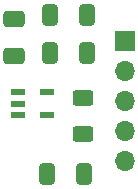
<source format=gbs>
G04 #@! TF.GenerationSoftware,KiCad,Pcbnew,6.0.7*
G04 #@! TF.CreationDate,2022-09-09T10:48:34-06:00*
G04 #@! TF.ProjectId,sdt_pa_diode,7364745f-7061-45f6-9469-6f64652e6b69,rev?*
G04 #@! TF.SameCoordinates,Original*
G04 #@! TF.FileFunction,Soldermask,Bot*
G04 #@! TF.FilePolarity,Negative*
%FSLAX46Y46*%
G04 Gerber Fmt 4.6, Leading zero omitted, Abs format (unit mm)*
G04 Created by KiCad (PCBNEW 6.0.7) date 2022-09-09 10:48:34*
%MOMM*%
%LPD*%
G01*
G04 APERTURE LIST*
G04 Aperture macros list*
%AMRoundRect*
0 Rectangle with rounded corners*
0 $1 Rounding radius*
0 $2 $3 $4 $5 $6 $7 $8 $9 X,Y pos of 4 corners*
0 Add a 4 corners polygon primitive as box body*
4,1,4,$2,$3,$4,$5,$6,$7,$8,$9,$2,$3,0*
0 Add four circle primitives for the rounded corners*
1,1,$1+$1,$2,$3*
1,1,$1+$1,$4,$5*
1,1,$1+$1,$6,$7*
1,1,$1+$1,$8,$9*
0 Add four rect primitives between the rounded corners*
20,1,$1+$1,$2,$3,$4,$5,0*
20,1,$1+$1,$4,$5,$6,$7,0*
20,1,$1+$1,$6,$7,$8,$9,0*
20,1,$1+$1,$8,$9,$2,$3,0*%
G04 Aperture macros list end*
%ADD10R,1.270000X0.508000*%
%ADD11R,1.700000X1.700000*%
%ADD12O,1.700000X1.700000*%
%ADD13RoundRect,0.250000X0.412500X0.650000X-0.412500X0.650000X-0.412500X-0.650000X0.412500X-0.650000X0*%
%ADD14RoundRect,0.250000X-0.412500X-0.650000X0.412500X-0.650000X0.412500X0.650000X-0.412500X0.650000X0*%
%ADD15RoundRect,0.250000X-0.625000X0.400000X-0.625000X-0.400000X0.625000X-0.400000X0.625000X0.400000X0*%
%ADD16RoundRect,0.250000X0.650000X-0.412500X0.650000X0.412500X-0.650000X0.412500X-0.650000X-0.412500X0*%
G04 APERTURE END LIST*
D10*
X144380800Y-96050001D03*
X144380800Y-95100000D03*
X144380800Y-94149999D03*
X146819200Y-94149999D03*
X146819200Y-96050001D03*
D11*
X153475000Y-89775000D03*
D12*
X153475000Y-92315000D03*
X153475000Y-94855000D03*
X153475000Y-97395000D03*
X153475000Y-99935000D03*
D13*
X150012500Y-101050000D03*
X146887500Y-101050000D03*
D14*
X147137500Y-87600000D03*
X150262500Y-87600000D03*
D13*
X150262500Y-90850000D03*
X147137500Y-90850000D03*
D15*
X149900000Y-94600000D03*
X149900000Y-97700000D03*
D16*
X144050000Y-91062500D03*
X144050000Y-87937500D03*
M02*

</source>
